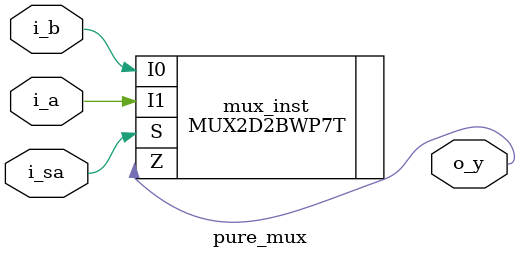
<source format=v>

`timescale 1ns/1ns

module pure_mux #(
    parameter DOMAIN_3V0 = 0
  )(
    input  i_a,
    input  i_b,
    input  i_sa,
    output o_y
  );

  MUX2D2BWP7T mux_inst(
    .I0 (i_b),
    .I1 (i_a),
    .S  (i_sa),
    .Z  (o_y)
  );

endmodule


</source>
